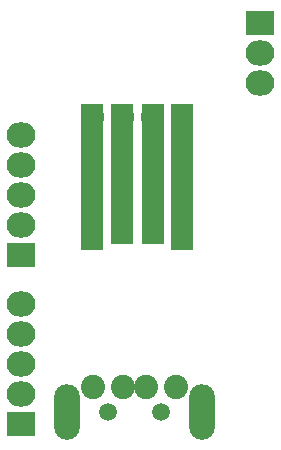
<source format=gbs>
%TF.GenerationSoftware,KiCad,Pcbnew,(5.0.0-rc2-dev-707-g2ed24a4)*%
%TF.CreationDate,2018-05-18T19:07:10+01:00*%
%TF.ProjectId,a5v11-mod-01,61357631312D6D6F642D30312E6B6963,rev?*%
%TF.SameCoordinates,PX3740df8PY3c191b8*%
%TF.FileFunction,Soldermask,Bot*%
%TF.FilePolarity,Negative*%
%FSLAX46Y46*%
G04 Gerber Fmt 4.6, Leading zero omitted, Abs format (unit mm)*
G04 Created by KiCad (PCBNEW (5.0.0-rc2-dev-707-g2ed24a4)) date Friday, 18 May 2018 at 19:07:10*
%MOMM*%
%LPD*%
G01*
G04 APERTURE LIST*
%ADD10R,2.432000X2.127200*%
%ADD11O,2.432000X2.127200*%
%ADD12C,2.050000*%
%ADD13C,1.500000*%
%ADD14O,2.200000X4.700000*%
%ADD15R,1.900000X12.400000*%
%ADD16R,1.900000X11.900000*%
%ADD17C,1.900000*%
G04 APERTURE END LIST*
D10*
X10612600Y33197400D03*
D11*
X10612600Y30657400D03*
X10612600Y28117400D03*
D10*
X-9597400Y13517400D03*
D11*
X-9597400Y16057400D03*
X-9597400Y18597400D03*
X-9597400Y21137400D03*
X-9597400Y23677400D03*
D10*
X-9597400Y-772600D03*
D11*
X-9597400Y1767400D03*
X-9597400Y4307400D03*
X-9597400Y6847400D03*
X-9597400Y9387400D03*
D12*
X1002600Y2377400D03*
X3502600Y2377400D03*
X-997400Y2377400D03*
X-3497400Y2377400D03*
D13*
X2252600Y277400D03*
X-2247400Y277400D03*
D14*
X-5697400Y277400D03*
X5702600Y277400D03*
D15*
X-3567400Y20127400D03*
X4052600Y20127400D03*
D16*
X1542600Y20377400D03*
X-1057400Y20377400D03*
D17*
X3992600Y25227400D03*
X1492600Y25227400D03*
X-1007400Y25227400D03*
X-3507400Y25227400D03*
M02*

</source>
